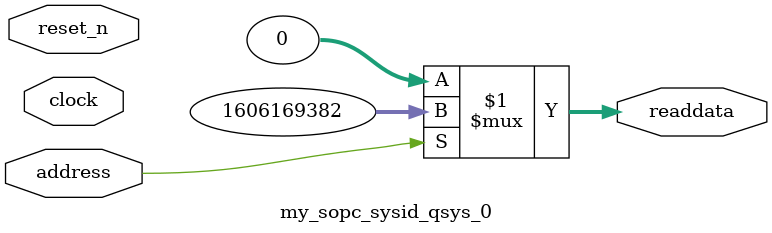
<source format=v>

`timescale 1ns / 1ps
// synthesis translate_on

// turn off superfluous verilog processor warnings 
// altera message_level Level1 
// altera message_off 10034 10035 10036 10037 10230 10240 10030 

module my_sopc_sysid_qsys_0 (
               // inputs:
                address,
                clock,
                reset_n,

               // outputs:
                readdata
             )
;

  output  [ 31: 0] readdata;
  input            address;
  input            clock;
  input            reset_n;

  wire    [ 31: 0] readdata;
  //control_slave, which is an e_avalon_slave
  assign readdata = address ? 1606169382 : 0;

endmodule




</source>
